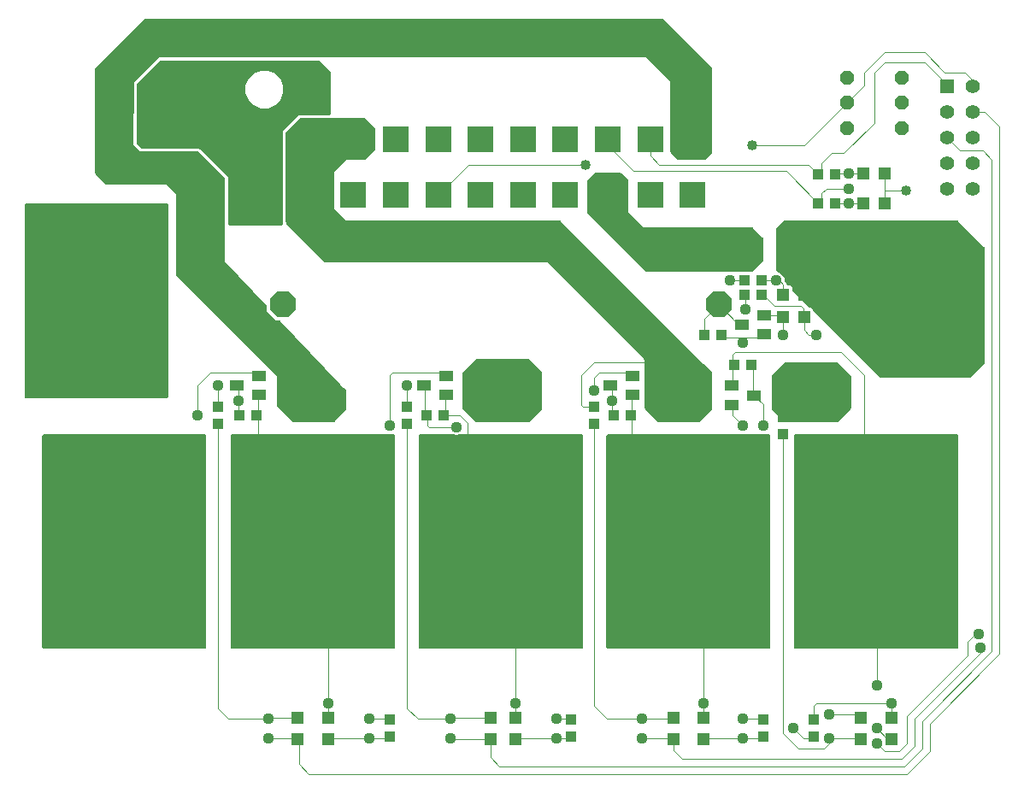
<source format=gbr>
G04 EAGLE Gerber RS-274X export*
G75*
%MOMM*%
%FSLAX34Y34*%
%LPD*%
%INTop Copper*%
%IPPOS*%
%AMOC8*
5,1,8,0,0,1.08239X$1,22.5*%
G01*
%ADD10P,2.749271X8X202.500000*%
%ADD11R,1.200000X1.200000*%
%ADD12R,1.100000X1.000000*%
%ADD13R,1.000000X1.100000*%
%ADD14R,3.150000X1.700000*%
%ADD15R,1.700000X3.150000*%
%ADD16C,8.000000*%
%ADD17R,2.550000X2.550000*%
%ADD18P,1.525737X8X112.500000*%
%ADD19R,1.400000X1.000000*%
%ADD20R,1.409600X1.409600*%
%ADD21C,1.409600*%
%ADD22C,0.050800*%
%ADD23C,1.117600*%
%ADD24C,1.108000*%
%ADD25C,1.016000*%
%ADD26C,1.422400*%
%ADD27C,1.114800*%

G36*
X335155Y373495D02*
X335155Y373495D01*
X335346Y373516D01*
X335346Y373517D01*
X335505Y373573D01*
X335674Y373634D01*
X335812Y373723D01*
X335967Y373823D01*
X335968Y373824D01*
X336143Y373993D01*
X346943Y386243D01*
X346988Y386307D01*
X347040Y386366D01*
X347087Y386450D01*
X347142Y386529D01*
X347171Y386602D01*
X347209Y386671D01*
X347235Y386763D01*
X347270Y386853D01*
X347282Y386930D01*
X347304Y387006D01*
X347315Y387149D01*
X347322Y387197D01*
X347321Y387218D01*
X347323Y387250D01*
X347323Y403800D01*
X347316Y403860D01*
X347318Y403921D01*
X347296Y404033D01*
X347283Y404146D01*
X347263Y404203D01*
X347251Y404263D01*
X347204Y404367D01*
X347166Y404474D01*
X347133Y404525D01*
X347108Y404580D01*
X346992Y404744D01*
X346977Y404767D01*
X346972Y404772D01*
X346966Y404780D01*
X344866Y407280D01*
X344833Y407311D01*
X344777Y407377D01*
X341093Y411061D01*
X281988Y473773D01*
X281875Y473869D01*
X281764Y473968D01*
X281742Y473981D01*
X281722Y473997D01*
X281589Y474065D01*
X281459Y474137D01*
X281434Y474144D01*
X281411Y474156D01*
X281267Y474191D01*
X281124Y474232D01*
X281093Y474234D01*
X281073Y474239D01*
X281025Y474240D01*
X280880Y474251D01*
X277577Y474251D01*
X268351Y483477D01*
X268351Y487638D01*
X268339Y487741D01*
X268337Y487845D01*
X268319Y487913D01*
X268311Y487984D01*
X268276Y488082D01*
X268251Y488182D01*
X268218Y488245D01*
X268194Y488312D01*
X268138Y488399D01*
X268089Y488491D01*
X268030Y488565D01*
X268005Y488605D01*
X267978Y488631D01*
X267937Y488682D01*
X226823Y532305D01*
X226823Y614700D01*
X226809Y614826D01*
X226802Y614952D01*
X226789Y614998D01*
X226783Y615046D01*
X226741Y615165D01*
X226706Y615287D01*
X226682Y615329D01*
X226666Y615374D01*
X226597Y615481D01*
X226536Y615591D01*
X226496Y615637D01*
X226477Y615667D01*
X226442Y615701D01*
X226377Y615777D01*
X201077Y641077D01*
X200978Y641156D01*
X200884Y641240D01*
X200842Y641264D01*
X200804Y641294D01*
X200690Y641348D01*
X200579Y641409D01*
X200533Y641422D01*
X200489Y641443D01*
X200366Y641469D01*
X200244Y641504D01*
X200183Y641509D01*
X200148Y641516D01*
X200100Y641515D01*
X200000Y641523D01*
X143131Y641523D01*
X136526Y648128D01*
X136820Y710466D01*
X161331Y734977D01*
X643769Y734977D01*
X668277Y710469D01*
X668277Y641250D01*
X668291Y641124D01*
X668298Y640998D01*
X668311Y640952D01*
X668317Y640904D01*
X668359Y640785D01*
X668394Y640663D01*
X668418Y640621D01*
X668434Y640576D01*
X668503Y640469D01*
X668564Y640359D01*
X668604Y640313D01*
X668623Y640283D01*
X668658Y640249D01*
X668723Y640173D01*
X675073Y633823D01*
X675172Y633744D01*
X675266Y633660D01*
X675308Y633636D01*
X675346Y633606D01*
X675460Y633552D01*
X675571Y633491D01*
X675617Y633478D01*
X675661Y633457D01*
X675784Y633431D01*
X675906Y633396D01*
X675967Y633392D01*
X676002Y633384D01*
X676050Y633385D01*
X676150Y633377D01*
X701550Y633377D01*
X701676Y633391D01*
X701802Y633398D01*
X701848Y633411D01*
X701896Y633417D01*
X702015Y633459D01*
X702137Y633494D01*
X702179Y633518D01*
X702224Y633534D01*
X702331Y633603D01*
X702441Y633664D01*
X702487Y633704D01*
X702517Y633723D01*
X702551Y633758D01*
X702627Y633823D01*
X708977Y640173D01*
X709056Y640272D01*
X709140Y640366D01*
X709164Y640408D01*
X709194Y640446D01*
X709248Y640560D01*
X709309Y640671D01*
X709322Y640717D01*
X709343Y640761D01*
X709369Y640884D01*
X709404Y641006D01*
X709409Y641067D01*
X709416Y641102D01*
X709415Y641150D01*
X709423Y641250D01*
X709423Y723800D01*
X709409Y723926D01*
X709402Y724052D01*
X709389Y724098D01*
X709383Y724146D01*
X709341Y724265D01*
X709306Y724387D01*
X709282Y724429D01*
X709266Y724474D01*
X709197Y724581D01*
X709136Y724691D01*
X709096Y724737D01*
X709077Y724767D01*
X709042Y724801D01*
X709030Y724815D01*
X709019Y724831D01*
X709008Y724841D01*
X708977Y724877D01*
X660877Y772977D01*
X660778Y773056D01*
X660684Y773140D01*
X660642Y773164D01*
X660604Y773194D01*
X660490Y773248D01*
X660379Y773309D01*
X660333Y773322D01*
X660289Y773343D01*
X660166Y773369D01*
X660044Y773404D01*
X659983Y773409D01*
X659948Y773416D01*
X659900Y773415D01*
X659800Y773423D01*
X148000Y773423D01*
X147874Y773409D01*
X147748Y773402D01*
X147702Y773389D01*
X147654Y773383D01*
X147535Y773341D01*
X147413Y773306D01*
X147371Y773282D01*
X147326Y773266D01*
X147219Y773197D01*
X147109Y773136D01*
X147063Y773096D01*
X147033Y773077D01*
X146999Y773042D01*
X146923Y772977D01*
X98823Y724877D01*
X98757Y724794D01*
X98715Y724750D01*
X98706Y724735D01*
X98659Y724683D01*
X98636Y724641D01*
X98606Y724604D01*
X98552Y724489D01*
X98491Y724378D01*
X98478Y724332D01*
X98457Y724289D01*
X98431Y724165D01*
X98396Y724042D01*
X98391Y723983D01*
X98384Y723948D01*
X98385Y723900D01*
X98377Y723799D01*
X98477Y619999D01*
X98491Y619874D01*
X98498Y619748D01*
X98511Y619701D01*
X98517Y619652D01*
X98560Y619534D01*
X98594Y619413D01*
X98618Y619371D01*
X98635Y619324D01*
X98703Y619219D01*
X98764Y619109D01*
X98804Y619062D01*
X98824Y619032D01*
X98859Y618998D01*
X98923Y618923D01*
X108923Y608923D01*
X109022Y608844D01*
X109116Y608760D01*
X109158Y608736D01*
X109196Y608706D01*
X109310Y608652D01*
X109421Y608591D01*
X109467Y608578D01*
X109511Y608557D01*
X109634Y608531D01*
X109756Y608496D01*
X109817Y608492D01*
X109852Y608484D01*
X109900Y608485D01*
X110000Y608477D01*
X169369Y608477D01*
X178377Y599469D01*
X178377Y520100D01*
X178391Y519974D01*
X178398Y519848D01*
X178411Y519802D01*
X178417Y519754D01*
X178459Y519635D01*
X178494Y519513D01*
X178518Y519471D01*
X178534Y519426D01*
X178603Y519319D01*
X178664Y519209D01*
X178704Y519163D01*
X178723Y519133D01*
X178758Y519099D01*
X178823Y519023D01*
X278477Y419369D01*
X278477Y390000D01*
X278491Y389874D01*
X278498Y389748D01*
X278511Y389702D01*
X278517Y389654D01*
X278559Y389535D01*
X278594Y389413D01*
X278618Y389371D01*
X278634Y389326D01*
X278703Y389219D01*
X278764Y389109D01*
X278804Y389063D01*
X278823Y389033D01*
X278858Y388999D01*
X278923Y388923D01*
X293923Y373923D01*
X294022Y373844D01*
X294116Y373760D01*
X294158Y373736D01*
X294196Y373706D01*
X294310Y373652D01*
X294421Y373591D01*
X294467Y373578D01*
X294511Y373557D01*
X294634Y373531D01*
X294756Y373496D01*
X294817Y373492D01*
X294852Y373484D01*
X294900Y373485D01*
X295000Y373477D01*
X335000Y373477D01*
X335155Y373495D01*
G37*
G36*
X207318Y148746D02*
X207318Y148746D01*
X207437Y148753D01*
X207475Y148766D01*
X207516Y148771D01*
X207626Y148814D01*
X207739Y148851D01*
X207774Y148873D01*
X207811Y148888D01*
X207907Y148958D01*
X208008Y149021D01*
X208036Y149051D01*
X208069Y149074D01*
X208145Y149166D01*
X208226Y149253D01*
X208246Y149288D01*
X208271Y149319D01*
X208322Y149427D01*
X208380Y149531D01*
X208390Y149571D01*
X208407Y149607D01*
X208429Y149724D01*
X208459Y149839D01*
X208463Y149900D01*
X208467Y149920D01*
X208465Y149940D01*
X208469Y150000D01*
X208469Y360000D01*
X208454Y360118D01*
X208447Y360237D01*
X208434Y360275D01*
X208429Y360316D01*
X208386Y360426D01*
X208349Y360539D01*
X208327Y360574D01*
X208312Y360611D01*
X208243Y360707D01*
X208179Y360808D01*
X208149Y360836D01*
X208126Y360869D01*
X208034Y360945D01*
X207947Y361026D01*
X207912Y361046D01*
X207881Y361071D01*
X207773Y361122D01*
X207669Y361180D01*
X207629Y361190D01*
X207593Y361207D01*
X207476Y361229D01*
X207361Y361259D01*
X207301Y361263D01*
X207281Y361267D01*
X207260Y361265D01*
X207200Y361269D01*
X47200Y361269D01*
X47082Y361254D01*
X46963Y361247D01*
X46925Y361234D01*
X46884Y361229D01*
X46774Y361186D01*
X46661Y361149D01*
X46626Y361127D01*
X46589Y361112D01*
X46493Y361043D01*
X46392Y360979D01*
X46364Y360949D01*
X46331Y360926D01*
X46256Y360834D01*
X46174Y360747D01*
X46154Y360712D01*
X46129Y360681D01*
X46078Y360573D01*
X46020Y360469D01*
X46010Y360429D01*
X45993Y360393D01*
X45971Y360276D01*
X45941Y360161D01*
X45937Y360101D01*
X45933Y360081D01*
X45935Y360060D01*
X45931Y360000D01*
X45931Y150000D01*
X45946Y149882D01*
X45953Y149763D01*
X45966Y149725D01*
X45971Y149684D01*
X46014Y149574D01*
X46051Y149461D01*
X46073Y149426D01*
X46088Y149389D01*
X46158Y149293D01*
X46221Y149192D01*
X46251Y149164D01*
X46274Y149131D01*
X46366Y149056D01*
X46453Y148974D01*
X46488Y148954D01*
X46519Y148929D01*
X46627Y148878D01*
X46731Y148820D01*
X46771Y148810D01*
X46807Y148793D01*
X46924Y148771D01*
X47039Y148741D01*
X47100Y148737D01*
X47120Y148733D01*
X47140Y148735D01*
X47200Y148731D01*
X207200Y148731D01*
X207318Y148746D01*
G37*
G36*
X952118Y148746D02*
X952118Y148746D01*
X952237Y148753D01*
X952275Y148766D01*
X952316Y148771D01*
X952426Y148814D01*
X952539Y148851D01*
X952574Y148873D01*
X952611Y148888D01*
X952707Y148958D01*
X952808Y149021D01*
X952836Y149051D01*
X952869Y149074D01*
X952945Y149166D01*
X953026Y149253D01*
X953046Y149288D01*
X953071Y149319D01*
X953122Y149427D01*
X953180Y149531D01*
X953190Y149571D01*
X953207Y149607D01*
X953229Y149724D01*
X953259Y149839D01*
X953263Y149900D01*
X953267Y149920D01*
X953265Y149940D01*
X953269Y150000D01*
X953269Y360000D01*
X953254Y360118D01*
X953247Y360237D01*
X953234Y360275D01*
X953229Y360316D01*
X953186Y360426D01*
X953149Y360539D01*
X953127Y360574D01*
X953112Y360611D01*
X953043Y360707D01*
X952979Y360808D01*
X952949Y360836D01*
X952926Y360869D01*
X952834Y360945D01*
X952747Y361026D01*
X952712Y361046D01*
X952681Y361071D01*
X952573Y361122D01*
X952469Y361180D01*
X952429Y361190D01*
X952393Y361207D01*
X952276Y361229D01*
X952161Y361259D01*
X952101Y361263D01*
X952081Y361267D01*
X952060Y361265D01*
X952000Y361269D01*
X792000Y361269D01*
X791882Y361254D01*
X791763Y361247D01*
X791725Y361234D01*
X791684Y361229D01*
X791574Y361186D01*
X791461Y361149D01*
X791426Y361127D01*
X791389Y361112D01*
X791293Y361043D01*
X791192Y360979D01*
X791164Y360949D01*
X791131Y360926D01*
X791056Y360834D01*
X790974Y360747D01*
X790954Y360712D01*
X790929Y360681D01*
X790878Y360573D01*
X790820Y360469D01*
X790810Y360429D01*
X790793Y360393D01*
X790771Y360276D01*
X790741Y360161D01*
X790737Y360101D01*
X790733Y360081D01*
X790735Y360060D01*
X790731Y360000D01*
X790731Y150000D01*
X790746Y149882D01*
X790753Y149763D01*
X790766Y149725D01*
X790771Y149684D01*
X790814Y149574D01*
X790851Y149461D01*
X790873Y149426D01*
X790888Y149389D01*
X790958Y149293D01*
X791021Y149192D01*
X791051Y149164D01*
X791074Y149131D01*
X791166Y149056D01*
X791253Y148974D01*
X791288Y148954D01*
X791319Y148929D01*
X791427Y148878D01*
X791531Y148820D01*
X791571Y148810D01*
X791607Y148793D01*
X791724Y148771D01*
X791839Y148741D01*
X791900Y148737D01*
X791920Y148733D01*
X791940Y148735D01*
X792000Y148731D01*
X952000Y148731D01*
X952118Y148746D01*
G37*
G36*
X766118Y148746D02*
X766118Y148746D01*
X766237Y148753D01*
X766275Y148766D01*
X766316Y148771D01*
X766426Y148814D01*
X766539Y148851D01*
X766574Y148873D01*
X766611Y148888D01*
X766707Y148958D01*
X766808Y149021D01*
X766836Y149051D01*
X766869Y149074D01*
X766945Y149166D01*
X767026Y149253D01*
X767046Y149288D01*
X767071Y149319D01*
X767122Y149427D01*
X767180Y149531D01*
X767190Y149571D01*
X767207Y149607D01*
X767229Y149724D01*
X767259Y149839D01*
X767263Y149900D01*
X767267Y149920D01*
X767265Y149940D01*
X767269Y150000D01*
X767269Y360000D01*
X767254Y360118D01*
X767247Y360237D01*
X767234Y360275D01*
X767229Y360316D01*
X767186Y360426D01*
X767149Y360539D01*
X767127Y360574D01*
X767112Y360611D01*
X767043Y360707D01*
X766979Y360808D01*
X766949Y360836D01*
X766926Y360869D01*
X766834Y360945D01*
X766747Y361026D01*
X766712Y361046D01*
X766681Y361071D01*
X766573Y361122D01*
X766469Y361180D01*
X766429Y361190D01*
X766393Y361207D01*
X766276Y361229D01*
X766161Y361259D01*
X766101Y361263D01*
X766081Y361267D01*
X766060Y361265D01*
X766000Y361269D01*
X606000Y361269D01*
X605882Y361254D01*
X605763Y361247D01*
X605725Y361234D01*
X605684Y361229D01*
X605574Y361186D01*
X605461Y361149D01*
X605426Y361127D01*
X605389Y361112D01*
X605293Y361043D01*
X605192Y360979D01*
X605164Y360949D01*
X605131Y360926D01*
X605056Y360834D01*
X604974Y360747D01*
X604954Y360712D01*
X604929Y360681D01*
X604878Y360573D01*
X604820Y360469D01*
X604810Y360429D01*
X604793Y360393D01*
X604771Y360276D01*
X604741Y360161D01*
X604737Y360101D01*
X604733Y360081D01*
X604735Y360060D01*
X604731Y360000D01*
X604731Y150000D01*
X604746Y149882D01*
X604753Y149763D01*
X604766Y149725D01*
X604771Y149684D01*
X604814Y149574D01*
X604851Y149461D01*
X604873Y149426D01*
X604888Y149389D01*
X604958Y149293D01*
X605021Y149192D01*
X605051Y149164D01*
X605074Y149131D01*
X605166Y149056D01*
X605253Y148974D01*
X605288Y148954D01*
X605319Y148929D01*
X605427Y148878D01*
X605531Y148820D01*
X605571Y148810D01*
X605607Y148793D01*
X605724Y148771D01*
X605839Y148741D01*
X605900Y148737D01*
X605920Y148733D01*
X605940Y148735D01*
X606000Y148731D01*
X766000Y148731D01*
X766118Y148746D01*
G37*
G36*
X394118Y148746D02*
X394118Y148746D01*
X394237Y148753D01*
X394275Y148766D01*
X394316Y148771D01*
X394426Y148814D01*
X394539Y148851D01*
X394574Y148873D01*
X394611Y148888D01*
X394707Y148958D01*
X394808Y149021D01*
X394836Y149051D01*
X394869Y149074D01*
X394945Y149166D01*
X395026Y149253D01*
X395046Y149288D01*
X395071Y149319D01*
X395122Y149427D01*
X395180Y149531D01*
X395190Y149571D01*
X395207Y149607D01*
X395229Y149724D01*
X395259Y149839D01*
X395263Y149900D01*
X395267Y149920D01*
X395265Y149940D01*
X395269Y150000D01*
X395269Y360000D01*
X395254Y360118D01*
X395247Y360237D01*
X395234Y360275D01*
X395229Y360316D01*
X395186Y360426D01*
X395149Y360539D01*
X395127Y360574D01*
X395112Y360611D01*
X395043Y360707D01*
X394979Y360808D01*
X394949Y360836D01*
X394926Y360869D01*
X394834Y360945D01*
X394747Y361026D01*
X394712Y361046D01*
X394681Y361071D01*
X394573Y361122D01*
X394469Y361180D01*
X394429Y361190D01*
X394393Y361207D01*
X394276Y361229D01*
X394161Y361259D01*
X394101Y361263D01*
X394081Y361267D01*
X394060Y361265D01*
X394000Y361269D01*
X234000Y361269D01*
X233882Y361254D01*
X233763Y361247D01*
X233725Y361234D01*
X233684Y361229D01*
X233574Y361186D01*
X233461Y361149D01*
X233426Y361127D01*
X233389Y361112D01*
X233293Y361043D01*
X233192Y360979D01*
X233164Y360949D01*
X233131Y360926D01*
X233056Y360834D01*
X232974Y360747D01*
X232954Y360712D01*
X232929Y360681D01*
X232878Y360573D01*
X232820Y360469D01*
X232810Y360429D01*
X232793Y360393D01*
X232771Y360276D01*
X232741Y360161D01*
X232737Y360101D01*
X232733Y360081D01*
X232735Y360060D01*
X232731Y360000D01*
X232731Y150000D01*
X232746Y149882D01*
X232753Y149763D01*
X232766Y149725D01*
X232771Y149684D01*
X232814Y149574D01*
X232851Y149461D01*
X232873Y149426D01*
X232888Y149389D01*
X232958Y149293D01*
X233021Y149192D01*
X233051Y149164D01*
X233074Y149131D01*
X233166Y149056D01*
X233253Y148974D01*
X233288Y148954D01*
X233319Y148929D01*
X233427Y148878D01*
X233531Y148820D01*
X233571Y148810D01*
X233607Y148793D01*
X233724Y148771D01*
X233839Y148741D01*
X233900Y148737D01*
X233920Y148733D01*
X233940Y148735D01*
X234000Y148731D01*
X394000Y148731D01*
X394118Y148746D01*
G37*
G36*
X580118Y148746D02*
X580118Y148746D01*
X580237Y148753D01*
X580275Y148766D01*
X580316Y148771D01*
X580426Y148814D01*
X580539Y148851D01*
X580574Y148873D01*
X580611Y148888D01*
X580707Y148958D01*
X580808Y149021D01*
X580836Y149051D01*
X580869Y149074D01*
X580945Y149166D01*
X581026Y149253D01*
X581046Y149288D01*
X581071Y149319D01*
X581122Y149427D01*
X581180Y149531D01*
X581190Y149571D01*
X581207Y149607D01*
X581229Y149724D01*
X581259Y149839D01*
X581263Y149900D01*
X581267Y149920D01*
X581265Y149940D01*
X581269Y150000D01*
X581269Y360000D01*
X581254Y360118D01*
X581247Y360237D01*
X581234Y360275D01*
X581229Y360316D01*
X581186Y360426D01*
X581149Y360539D01*
X581127Y360574D01*
X581112Y360611D01*
X581043Y360707D01*
X580979Y360808D01*
X580949Y360836D01*
X580926Y360869D01*
X580834Y360945D01*
X580747Y361026D01*
X580712Y361046D01*
X580681Y361071D01*
X580573Y361122D01*
X580469Y361180D01*
X580429Y361190D01*
X580393Y361207D01*
X580276Y361229D01*
X580161Y361259D01*
X580101Y361263D01*
X580081Y361267D01*
X580060Y361265D01*
X580000Y361269D01*
X458356Y361269D01*
X458347Y361268D01*
X458338Y361269D01*
X458189Y361248D01*
X458041Y361229D01*
X458032Y361226D01*
X458023Y361225D01*
X457870Y361173D01*
X457766Y361129D01*
X454734Y361129D01*
X454630Y361173D01*
X454621Y361175D01*
X454612Y361180D01*
X454468Y361217D01*
X454323Y361257D01*
X454313Y361257D01*
X454304Y361259D01*
X454144Y361269D01*
X420000Y361269D01*
X419882Y361254D01*
X419763Y361247D01*
X419725Y361234D01*
X419684Y361229D01*
X419574Y361186D01*
X419461Y361149D01*
X419426Y361127D01*
X419389Y361112D01*
X419293Y361043D01*
X419192Y360979D01*
X419164Y360949D01*
X419131Y360926D01*
X419056Y360834D01*
X418974Y360747D01*
X418954Y360712D01*
X418929Y360681D01*
X418878Y360573D01*
X418820Y360469D01*
X418810Y360429D01*
X418793Y360393D01*
X418771Y360276D01*
X418741Y360161D01*
X418737Y360101D01*
X418733Y360081D01*
X418735Y360060D01*
X418731Y360000D01*
X418731Y150000D01*
X418746Y149882D01*
X418753Y149763D01*
X418766Y149725D01*
X418771Y149684D01*
X418814Y149574D01*
X418851Y149461D01*
X418873Y149426D01*
X418888Y149389D01*
X418958Y149293D01*
X419021Y149192D01*
X419051Y149164D01*
X419074Y149131D01*
X419166Y149056D01*
X419253Y148974D01*
X419288Y148954D01*
X419319Y148929D01*
X419427Y148878D01*
X419531Y148820D01*
X419571Y148810D01*
X419607Y148793D01*
X419724Y148771D01*
X419839Y148741D01*
X419900Y148737D01*
X419920Y148733D01*
X419940Y148735D01*
X420000Y148731D01*
X580000Y148731D01*
X580118Y148746D01*
G37*
G36*
X169618Y397346D02*
X169618Y397346D01*
X169737Y397353D01*
X169775Y397366D01*
X169816Y397371D01*
X169926Y397414D01*
X170039Y397451D01*
X170074Y397473D01*
X170111Y397488D01*
X170207Y397558D01*
X170308Y397621D01*
X170336Y397651D01*
X170369Y397674D01*
X170445Y397766D01*
X170526Y397853D01*
X170546Y397888D01*
X170571Y397919D01*
X170622Y398027D01*
X170680Y398131D01*
X170690Y398171D01*
X170707Y398207D01*
X170729Y398324D01*
X170759Y398439D01*
X170763Y398500D01*
X170767Y398520D01*
X170765Y398540D01*
X170769Y398600D01*
X170769Y588600D01*
X170754Y588718D01*
X170747Y588837D01*
X170734Y588875D01*
X170729Y588916D01*
X170686Y589026D01*
X170649Y589139D01*
X170627Y589174D01*
X170612Y589211D01*
X170543Y589307D01*
X170479Y589408D01*
X170449Y589436D01*
X170426Y589469D01*
X170334Y589545D01*
X170247Y589626D01*
X170212Y589646D01*
X170181Y589671D01*
X170073Y589722D01*
X169969Y589780D01*
X169929Y589790D01*
X169893Y589807D01*
X169776Y589829D01*
X169661Y589859D01*
X169601Y589863D01*
X169581Y589867D01*
X169560Y589865D01*
X169500Y589869D01*
X29500Y589869D01*
X29382Y589854D01*
X29263Y589847D01*
X29225Y589834D01*
X29184Y589829D01*
X29074Y589786D01*
X28961Y589749D01*
X28926Y589727D01*
X28889Y589712D01*
X28793Y589643D01*
X28692Y589579D01*
X28664Y589549D01*
X28631Y589526D01*
X28556Y589434D01*
X28474Y589347D01*
X28454Y589312D01*
X28429Y589281D01*
X28378Y589173D01*
X28320Y589069D01*
X28310Y589029D01*
X28293Y588993D01*
X28271Y588876D01*
X28241Y588761D01*
X28237Y588701D01*
X28233Y588681D01*
X28235Y588660D01*
X28231Y588600D01*
X28231Y398600D01*
X28246Y398482D01*
X28253Y398363D01*
X28266Y398325D01*
X28271Y398284D01*
X28314Y398174D01*
X28351Y398061D01*
X28373Y398026D01*
X28388Y397989D01*
X28458Y397893D01*
X28521Y397792D01*
X28551Y397764D01*
X28574Y397731D01*
X28666Y397656D01*
X28753Y397574D01*
X28788Y397554D01*
X28819Y397529D01*
X28927Y397478D01*
X29031Y397420D01*
X29071Y397410D01*
X29107Y397393D01*
X29224Y397371D01*
X29339Y397341D01*
X29400Y397337D01*
X29420Y397333D01*
X29440Y397335D01*
X29500Y397331D01*
X169500Y397331D01*
X169618Y397346D01*
G37*
G36*
X695326Y373141D02*
X695326Y373141D01*
X695452Y373148D01*
X695498Y373161D01*
X695546Y373167D01*
X695665Y373209D01*
X695787Y373244D01*
X695829Y373268D01*
X695874Y373284D01*
X695981Y373353D01*
X696091Y373414D01*
X696137Y373454D01*
X696167Y373473D01*
X696201Y373508D01*
X696277Y373573D01*
X708977Y386273D01*
X709056Y386372D01*
X709140Y386466D01*
X709164Y386508D01*
X709194Y386546D01*
X709248Y386660D01*
X709309Y386771D01*
X709322Y386817D01*
X709343Y386861D01*
X709369Y386984D01*
X709404Y387106D01*
X709409Y387167D01*
X709416Y387202D01*
X709415Y387250D01*
X709423Y387350D01*
X709423Y422100D01*
X709409Y422226D01*
X709402Y422352D01*
X709389Y422398D01*
X709383Y422446D01*
X709341Y422565D01*
X709306Y422687D01*
X709282Y422729D01*
X709266Y422774D01*
X709197Y422881D01*
X709136Y422991D01*
X709096Y423037D01*
X709077Y423067D01*
X709042Y423101D01*
X708977Y423177D01*
X701078Y431076D01*
X559878Y572576D01*
X559778Y572655D01*
X559684Y572740D01*
X559643Y572763D01*
X559605Y572793D01*
X559491Y572847D01*
X559379Y572909D01*
X559333Y572922D01*
X559291Y572942D01*
X559166Y572969D01*
X559044Y573004D01*
X558984Y573008D01*
X558950Y573016D01*
X558902Y573015D01*
X558800Y573023D01*
X546100Y573023D01*
X546099Y573023D01*
X346581Y572924D01*
X334773Y584731D01*
X334773Y621569D01*
X346581Y633377D01*
X365000Y633377D01*
X365126Y633391D01*
X365252Y633398D01*
X365298Y633411D01*
X365346Y633417D01*
X365465Y633459D01*
X365587Y633494D01*
X365629Y633518D01*
X365674Y633534D01*
X365781Y633603D01*
X365891Y633664D01*
X365937Y633704D01*
X365967Y633723D01*
X366001Y633758D01*
X366077Y633823D01*
X375602Y643348D01*
X375681Y643447D01*
X375765Y643541D01*
X375789Y643583D01*
X375819Y643621D01*
X375873Y643735D01*
X375934Y643846D01*
X375947Y643892D01*
X375968Y643936D01*
X375994Y644059D01*
X376029Y644181D01*
X376034Y644242D01*
X376041Y644277D01*
X376040Y644325D01*
X376048Y644425D01*
X376048Y663475D01*
X376034Y663601D01*
X376027Y663727D01*
X376014Y663773D01*
X376008Y663821D01*
X375966Y663940D01*
X375931Y664062D01*
X375907Y664104D01*
X375891Y664149D01*
X375822Y664256D01*
X375761Y664366D01*
X375721Y664412D01*
X375702Y664442D01*
X375667Y664476D01*
X375602Y664552D01*
X366077Y674077D01*
X365978Y674156D01*
X365884Y674240D01*
X365842Y674264D01*
X365804Y674294D01*
X365690Y674348D01*
X365579Y674409D01*
X365533Y674422D01*
X365489Y674443D01*
X365366Y674469D01*
X365244Y674504D01*
X365183Y674509D01*
X365148Y674516D01*
X365100Y674515D01*
X365000Y674523D01*
X301500Y674523D01*
X301374Y674509D01*
X301248Y674502D01*
X301202Y674489D01*
X301154Y674483D01*
X301035Y674441D01*
X300913Y674406D01*
X300871Y674382D01*
X300826Y674366D01*
X300719Y674297D01*
X300609Y674236D01*
X300563Y674196D01*
X300533Y674177D01*
X300499Y674142D01*
X300423Y674077D01*
X287723Y661377D01*
X287644Y661278D01*
X287560Y661184D01*
X287536Y661142D01*
X287506Y661104D01*
X287452Y660990D01*
X287391Y660879D01*
X287378Y660833D01*
X287357Y660789D01*
X287331Y660666D01*
X287296Y660544D01*
X287292Y660483D01*
X287284Y660448D01*
X287285Y660400D01*
X287277Y660300D01*
X287277Y571400D01*
X287291Y571274D01*
X287298Y571148D01*
X287311Y571102D01*
X287317Y571054D01*
X287359Y570935D01*
X287394Y570813D01*
X287418Y570771D01*
X287434Y570726D01*
X287503Y570619D01*
X287564Y570509D01*
X287604Y570463D01*
X287623Y570433D01*
X287658Y570399D01*
X287723Y570323D01*
X325823Y532223D01*
X325922Y532144D01*
X326016Y532059D01*
X326058Y532036D01*
X326096Y532006D01*
X326210Y531952D01*
X326322Y531891D01*
X326368Y531878D01*
X326411Y531857D01*
X326535Y531831D01*
X326657Y531796D01*
X326717Y531791D01*
X326752Y531784D01*
X326800Y531785D01*
X326901Y531777D01*
X520701Y531877D01*
X546115Y531877D01*
X546170Y531777D01*
X546243Y531640D01*
X546255Y531626D01*
X546264Y531609D01*
X546423Y531423D01*
X642877Y434969D01*
X642877Y387350D01*
X642891Y387224D01*
X642898Y387098D01*
X642911Y387052D01*
X642917Y387004D01*
X642959Y386885D01*
X642994Y386763D01*
X643018Y386721D01*
X643034Y386676D01*
X643103Y386569D01*
X643164Y386459D01*
X643204Y386413D01*
X643223Y386383D01*
X643258Y386349D01*
X643323Y386273D01*
X656023Y373573D01*
X656122Y373494D01*
X656216Y373410D01*
X656258Y373386D01*
X656296Y373356D01*
X656410Y373302D01*
X656521Y373241D01*
X656567Y373228D01*
X656611Y373207D01*
X656734Y373181D01*
X656856Y373146D01*
X656917Y373142D01*
X656952Y373134D01*
X657000Y373135D01*
X657100Y373127D01*
X695200Y373127D01*
X695326Y373141D01*
G37*
G36*
X965326Y417591D02*
X965326Y417591D01*
X965452Y417598D01*
X965498Y417611D01*
X965546Y417617D01*
X965665Y417659D01*
X965787Y417694D01*
X965829Y417718D01*
X965874Y417734D01*
X965981Y417803D01*
X966091Y417864D01*
X966137Y417904D01*
X966167Y417923D01*
X966201Y417958D01*
X966277Y418023D01*
X978977Y430723D01*
X979056Y430822D01*
X979140Y430916D01*
X979164Y430958D01*
X979194Y430996D01*
X979248Y431110D01*
X979309Y431221D01*
X979322Y431267D01*
X979343Y431311D01*
X979369Y431434D01*
X979404Y431556D01*
X979409Y431617D01*
X979416Y431652D01*
X979415Y431700D01*
X979423Y431800D01*
X979423Y546100D01*
X979409Y546226D01*
X979402Y546352D01*
X979389Y546398D01*
X979383Y546446D01*
X979341Y546565D01*
X979306Y546687D01*
X979282Y546729D01*
X979266Y546774D01*
X979197Y546881D01*
X979136Y546991D01*
X979096Y547037D01*
X979077Y547067D01*
X979042Y547101D01*
X978977Y547177D01*
X953577Y572577D01*
X953478Y572656D01*
X953384Y572740D01*
X953342Y572764D01*
X953304Y572794D01*
X953190Y572848D01*
X953079Y572909D01*
X953033Y572922D01*
X952989Y572943D01*
X952866Y572969D01*
X952744Y573004D01*
X952683Y573009D01*
X952648Y573016D01*
X952600Y573015D01*
X952500Y573023D01*
X781050Y573023D01*
X780924Y573009D01*
X780798Y573002D01*
X780752Y572989D01*
X780704Y572983D01*
X780585Y572941D01*
X780463Y572906D01*
X780421Y572882D01*
X780376Y572866D01*
X780269Y572797D01*
X780159Y572736D01*
X780113Y572696D01*
X780083Y572677D01*
X780049Y572642D01*
X779973Y572577D01*
X773623Y566227D01*
X773544Y566128D01*
X773460Y566034D01*
X773436Y565992D01*
X773406Y565954D01*
X773352Y565840D01*
X773291Y565729D01*
X773278Y565683D01*
X773257Y565639D01*
X773231Y565516D01*
X773196Y565394D01*
X773192Y565333D01*
X773184Y565298D01*
X773185Y565250D01*
X773177Y565150D01*
X773177Y523836D01*
X773186Y523760D01*
X773184Y523683D01*
X773205Y523587D01*
X773217Y523490D01*
X773242Y523418D01*
X773259Y523343D01*
X773301Y523254D01*
X773334Y523161D01*
X773376Y523097D01*
X773408Y523028D01*
X773470Y522951D01*
X773523Y522869D01*
X773578Y522816D01*
X773626Y522756D01*
X773703Y522695D01*
X773774Y522626D01*
X773839Y522587D01*
X773899Y522540D01*
X774033Y522472D01*
X774073Y522448D01*
X774091Y522442D01*
X774117Y522428D01*
X777392Y521072D01*
X779822Y518642D01*
X781137Y515468D01*
X781137Y514165D01*
X781151Y514039D01*
X781158Y513913D01*
X781171Y513867D01*
X781177Y513819D01*
X781219Y513700D01*
X781254Y513578D01*
X781278Y513536D01*
X781294Y513491D01*
X781363Y513384D01*
X781424Y513274D01*
X781464Y513228D01*
X781483Y513198D01*
X781518Y513164D01*
X781583Y513088D01*
X783303Y511368D01*
X783303Y510574D01*
X783317Y510448D01*
X783324Y510322D01*
X783337Y510276D01*
X783343Y510228D01*
X783385Y510109D01*
X783420Y509987D01*
X783444Y509945D01*
X783460Y509900D01*
X783529Y509793D01*
X783590Y509683D01*
X783630Y509637D01*
X783649Y509607D01*
X783684Y509573D01*
X783749Y509497D01*
X783851Y509395D01*
X783950Y509316D01*
X784044Y509232D01*
X784086Y509208D01*
X784124Y509178D01*
X784238Y509124D01*
X784349Y509063D01*
X784395Y509050D01*
X784439Y509029D01*
X784562Y509003D01*
X784684Y508968D01*
X784745Y508963D01*
X784780Y508956D01*
X784828Y508957D01*
X784928Y508949D01*
X786763Y508949D01*
X788549Y507163D01*
X788549Y505328D01*
X788563Y505202D01*
X788570Y505076D01*
X788583Y505030D01*
X788589Y504982D01*
X788631Y504863D01*
X788666Y504741D01*
X788690Y504699D01*
X788706Y504654D01*
X788775Y504547D01*
X788836Y504437D01*
X788876Y504391D01*
X788895Y504361D01*
X788930Y504327D01*
X788995Y504251D01*
X806251Y486995D01*
X806350Y486916D01*
X806444Y486832D01*
X806486Y486808D01*
X806524Y486778D01*
X806638Y486724D01*
X806749Y486663D01*
X806795Y486650D01*
X806839Y486629D01*
X806962Y486603D01*
X807084Y486568D01*
X807145Y486563D01*
X807180Y486556D01*
X807228Y486557D01*
X807328Y486549D01*
X807763Y486549D01*
X809549Y484763D01*
X809549Y484328D01*
X809563Y484202D01*
X809570Y484076D01*
X809583Y484030D01*
X809589Y483982D01*
X809631Y483863D01*
X809666Y483741D01*
X809690Y483699D01*
X809706Y483654D01*
X809775Y483547D01*
X809836Y483437D01*
X809876Y483391D01*
X809895Y483361D01*
X809930Y483327D01*
X809995Y483251D01*
X875223Y418023D01*
X875322Y417944D01*
X875416Y417860D01*
X875458Y417836D01*
X875496Y417806D01*
X875610Y417752D01*
X875721Y417691D01*
X875767Y417678D01*
X875811Y417657D01*
X875934Y417631D01*
X876056Y417596D01*
X876117Y417592D01*
X876152Y417584D01*
X876200Y417585D01*
X876300Y417577D01*
X965200Y417577D01*
X965326Y417591D01*
G37*
G36*
X282931Y568494D02*
X282931Y568494D01*
X283081Y568506D01*
X283104Y568514D01*
X283128Y568517D01*
X283270Y568567D01*
X283413Y568614D01*
X283433Y568626D01*
X283456Y568634D01*
X283583Y568716D01*
X283711Y568793D01*
X283728Y568810D01*
X283749Y568823D01*
X283854Y568932D01*
X283961Y569036D01*
X283974Y569056D01*
X283991Y569074D01*
X284068Y569203D01*
X284149Y569330D01*
X284158Y569352D01*
X284170Y569373D01*
X284216Y569516D01*
X284266Y569658D01*
X284269Y569682D01*
X284276Y569705D01*
X284288Y569855D01*
X284305Y570004D01*
X284302Y570028D01*
X284304Y570052D01*
X284282Y570201D01*
X284264Y570350D01*
X284255Y570378D01*
X284252Y570397D01*
X284235Y570441D01*
X284227Y570464D01*
X284227Y661210D01*
X284923Y662890D01*
X298910Y676877D01*
X300590Y677573D01*
X330000Y677573D01*
X330026Y677576D01*
X330052Y677574D01*
X330199Y677596D01*
X330346Y677613D01*
X330371Y677621D01*
X330397Y677625D01*
X330535Y677680D01*
X330674Y677730D01*
X330696Y677744D01*
X330721Y677754D01*
X330842Y677839D01*
X330967Y677919D01*
X330985Y677938D01*
X331007Y677953D01*
X331106Y678063D01*
X331209Y678170D01*
X331223Y678192D01*
X331240Y678212D01*
X331312Y678342D01*
X331388Y678469D01*
X331396Y678494D01*
X331409Y678517D01*
X331449Y678660D01*
X331494Y678801D01*
X331496Y678827D01*
X331504Y678852D01*
X331523Y679096D01*
X331523Y720000D01*
X331509Y720126D01*
X331502Y720252D01*
X331489Y720298D01*
X331483Y720346D01*
X331441Y720465D01*
X331406Y720587D01*
X331382Y720629D01*
X331366Y720674D01*
X331297Y720781D01*
X331236Y720891D01*
X331196Y720937D01*
X331177Y720967D01*
X331142Y721001D01*
X331077Y721077D01*
X320673Y731481D01*
X320574Y731560D01*
X320480Y731644D01*
X320438Y731668D01*
X320400Y731698D01*
X320286Y731752D01*
X320175Y731813D01*
X320129Y731826D01*
X320085Y731847D01*
X319962Y731873D01*
X319840Y731908D01*
X319779Y731913D01*
X319744Y731920D01*
X319696Y731919D01*
X319596Y731927D01*
X163225Y731927D01*
X163099Y731913D01*
X162973Y731906D01*
X162927Y731893D01*
X162879Y731887D01*
X162760Y731845D01*
X162638Y731810D01*
X162596Y731786D01*
X162551Y731770D01*
X162444Y731701D01*
X162334Y731640D01*
X162288Y731600D01*
X162258Y731581D01*
X162224Y731546D01*
X162148Y731481D01*
X140307Y709640D01*
X140237Y709551D01*
X140227Y709542D01*
X140225Y709538D01*
X140148Y709453D01*
X140123Y709408D01*
X140090Y709367D01*
X140038Y709256D01*
X139978Y709149D01*
X139964Y709099D01*
X139941Y709052D01*
X139916Y708932D01*
X139882Y708814D01*
X139876Y708748D01*
X139868Y708711D01*
X139869Y708664D01*
X139861Y708570D01*
X139585Y650020D01*
X139599Y649891D01*
X139606Y649761D01*
X139618Y649718D01*
X139623Y649674D01*
X139666Y649551D01*
X139702Y649426D01*
X139724Y649387D01*
X139739Y649345D01*
X139809Y649236D01*
X139872Y649122D01*
X139908Y649080D01*
X139926Y649052D01*
X139962Y649017D01*
X140031Y648936D01*
X143948Y645019D01*
X144047Y644940D01*
X144141Y644856D01*
X144183Y644832D01*
X144221Y644802D01*
X144335Y644748D01*
X144446Y644687D01*
X144492Y644674D01*
X144536Y644653D01*
X144659Y644627D01*
X144781Y644592D01*
X144842Y644587D01*
X144877Y644580D01*
X144925Y644581D01*
X145025Y644573D01*
X200910Y644573D01*
X202590Y643877D01*
X229177Y617290D01*
X229873Y615610D01*
X229873Y570000D01*
X229876Y569974D01*
X229874Y569948D01*
X229896Y569801D01*
X229913Y569654D01*
X229921Y569629D01*
X229925Y569603D01*
X229980Y569465D01*
X230030Y569326D01*
X230044Y569304D01*
X230054Y569279D01*
X230139Y569158D01*
X230219Y569033D01*
X230238Y569015D01*
X230253Y568993D01*
X230363Y568894D01*
X230470Y568791D01*
X230492Y568777D01*
X230512Y568760D01*
X230642Y568688D01*
X230769Y568612D01*
X230794Y568604D01*
X230817Y568591D01*
X230960Y568551D01*
X231101Y568506D01*
X231127Y568504D01*
X231152Y568496D01*
X231396Y568477D01*
X282782Y568477D01*
X282931Y568494D01*
G37*
G36*
X749398Y522618D02*
X749398Y522618D01*
X749497Y522621D01*
X749555Y522638D01*
X749616Y522646D01*
X749708Y522682D01*
X749803Y522710D01*
X749855Y522740D01*
X749911Y522763D01*
X749991Y522821D01*
X750077Y522871D01*
X750152Y522937D01*
X750169Y522949D01*
X750176Y522959D01*
X750198Y522978D01*
X759723Y532503D01*
X759783Y532581D01*
X759851Y532653D01*
X759880Y532706D01*
X759917Y532754D01*
X759957Y532845D01*
X760005Y532931D01*
X760020Y532990D01*
X760044Y533046D01*
X760059Y533144D01*
X760084Y533239D01*
X760090Y533339D01*
X760094Y533360D01*
X760092Y533372D01*
X760094Y533400D01*
X760094Y555625D01*
X760082Y555723D01*
X760079Y555822D01*
X760062Y555880D01*
X760054Y555941D01*
X760018Y556033D01*
X759990Y556128D01*
X759960Y556180D01*
X759937Y556236D01*
X759879Y556316D01*
X759829Y556402D01*
X759763Y556477D01*
X759751Y556494D01*
X759741Y556501D01*
X759723Y556523D01*
X750198Y566048D01*
X750119Y566108D01*
X750047Y566176D01*
X749994Y566205D01*
X749946Y566242D01*
X749855Y566282D01*
X749769Y566330D01*
X749710Y566345D01*
X749654Y566369D01*
X749556Y566384D01*
X749461Y566409D01*
X749361Y566415D01*
X749340Y566419D01*
X749328Y566417D01*
X749300Y566419D01*
X641876Y566419D01*
X626619Y581676D01*
X626619Y612675D01*
X626607Y612773D01*
X626604Y612872D01*
X626587Y612930D01*
X626579Y612991D01*
X626543Y613083D01*
X626515Y613178D01*
X626485Y613230D01*
X626462Y613286D01*
X626404Y613366D01*
X626354Y613452D01*
X626288Y613527D01*
X626276Y613544D01*
X626266Y613551D01*
X626248Y613573D01*
X619898Y619923D01*
X619819Y619983D01*
X619747Y620051D01*
X619694Y620080D01*
X619646Y620117D01*
X619555Y620157D01*
X619469Y620205D01*
X619410Y620220D01*
X619354Y620244D01*
X619256Y620259D01*
X619161Y620284D01*
X619061Y620290D01*
X619040Y620294D01*
X619028Y620292D01*
X619000Y620294D01*
X593600Y620294D01*
X593502Y620282D01*
X593403Y620279D01*
X593345Y620262D01*
X593284Y620254D01*
X593192Y620218D01*
X593097Y620190D01*
X593045Y620160D01*
X592989Y620137D01*
X592909Y620079D01*
X592823Y620029D01*
X592748Y619963D01*
X592731Y619951D01*
X592724Y619941D01*
X592703Y619923D01*
X586353Y613573D01*
X586292Y613494D01*
X586224Y613422D01*
X586195Y613369D01*
X586158Y613321D01*
X586118Y613230D01*
X586070Y613144D01*
X586055Y613085D01*
X586031Y613029D01*
X586016Y612931D01*
X585991Y612836D01*
X585985Y612736D01*
X585981Y612715D01*
X585983Y612703D01*
X585981Y612675D01*
X585981Y581150D01*
X585993Y581052D01*
X585996Y580953D01*
X586013Y580895D01*
X586021Y580834D01*
X586057Y580742D01*
X586085Y580647D01*
X586115Y580595D01*
X586138Y580539D01*
X586196Y580459D01*
X586246Y580373D01*
X586312Y580298D01*
X586324Y580281D01*
X586334Y580274D01*
X586353Y580253D01*
X643628Y522978D01*
X643706Y522917D01*
X643778Y522849D01*
X643831Y522820D01*
X643879Y522783D01*
X643970Y522743D01*
X644056Y522695D01*
X644115Y522680D01*
X644171Y522656D01*
X644269Y522641D01*
X644364Y522616D01*
X644464Y522610D01*
X644485Y522606D01*
X644497Y522608D01*
X644525Y522606D01*
X749300Y522606D01*
X749398Y522618D01*
G37*
G36*
X527123Y373293D02*
X527123Y373293D01*
X527222Y373296D01*
X527280Y373313D01*
X527341Y373321D01*
X527433Y373357D01*
X527528Y373385D01*
X527580Y373415D01*
X527636Y373438D01*
X527716Y373496D01*
X527802Y373546D01*
X527877Y373612D01*
X527894Y373624D01*
X527901Y373634D01*
X527923Y373653D01*
X540623Y386353D01*
X540683Y386431D01*
X540751Y386503D01*
X540773Y386543D01*
X540789Y386562D01*
X540795Y386575D01*
X540817Y386604D01*
X540857Y386695D01*
X540905Y386781D01*
X540920Y386839D01*
X540924Y386850D01*
X540925Y386852D01*
X540944Y386896D01*
X540959Y386994D01*
X540984Y387089D01*
X540990Y387189D01*
X540994Y387210D01*
X540992Y387222D01*
X540994Y387250D01*
X540994Y422175D01*
X540982Y422273D01*
X540979Y422372D01*
X540962Y422430D01*
X540954Y422491D01*
X540918Y422583D01*
X540890Y422678D01*
X540860Y422730D01*
X540837Y422786D01*
X540779Y422866D01*
X540729Y422952D01*
X540663Y423027D01*
X540651Y423044D01*
X540641Y423051D01*
X540623Y423073D01*
X527923Y435773D01*
X527844Y435833D01*
X527772Y435901D01*
X527719Y435930D01*
X527671Y435967D01*
X527580Y436007D01*
X527494Y436055D01*
X527435Y436070D01*
X527379Y436094D01*
X527281Y436109D01*
X527186Y436134D01*
X527086Y436140D01*
X527065Y436144D01*
X527053Y436142D01*
X527025Y436144D01*
X476225Y436144D01*
X476127Y436132D01*
X476028Y436129D01*
X475970Y436112D01*
X475909Y436104D01*
X475817Y436068D01*
X475722Y436040D01*
X475670Y436010D01*
X475614Y435987D01*
X475534Y435929D01*
X475448Y435879D01*
X475373Y435813D01*
X475356Y435801D01*
X475349Y435791D01*
X475328Y435773D01*
X462628Y423073D01*
X462567Y422994D01*
X462499Y422922D01*
X462470Y422869D01*
X462433Y422821D01*
X462393Y422730D01*
X462345Y422644D01*
X462330Y422585D01*
X462306Y422529D01*
X462291Y422431D01*
X462266Y422336D01*
X462260Y422236D01*
X462256Y422215D01*
X462258Y422203D01*
X462256Y422175D01*
X462256Y387250D01*
X462268Y387152D01*
X462271Y387053D01*
X462288Y386995D01*
X462296Y386934D01*
X462332Y386842D01*
X462360Y386747D01*
X462381Y386711D01*
X462384Y386703D01*
X462393Y386688D01*
X462413Y386639D01*
X462471Y386559D01*
X462521Y386473D01*
X462550Y386441D01*
X462554Y386434D01*
X462563Y386425D01*
X462587Y386398D01*
X462599Y386381D01*
X462609Y386374D01*
X462628Y386353D01*
X475328Y373653D01*
X475406Y373592D01*
X475478Y373524D01*
X475531Y373495D01*
X475579Y373458D01*
X475670Y373418D01*
X475756Y373370D01*
X475815Y373355D01*
X475871Y373331D01*
X475969Y373316D01*
X476064Y373291D01*
X476164Y373285D01*
X476185Y373281D01*
X476197Y373283D01*
X476225Y373281D01*
X527025Y373281D01*
X527123Y373293D01*
G37*
G36*
X833223Y373293D02*
X833223Y373293D01*
X833322Y373296D01*
X833380Y373313D01*
X833441Y373321D01*
X833533Y373357D01*
X833628Y373385D01*
X833680Y373415D01*
X833736Y373438D01*
X833816Y373496D01*
X833902Y373546D01*
X833977Y373612D01*
X833994Y373624D01*
X834001Y373634D01*
X834023Y373653D01*
X846723Y386353D01*
X846783Y386431D01*
X846851Y386503D01*
X846873Y386543D01*
X846889Y386562D01*
X846895Y386575D01*
X846917Y386604D01*
X846957Y386695D01*
X847005Y386781D01*
X847020Y386839D01*
X847024Y386850D01*
X847025Y386852D01*
X847044Y386896D01*
X847059Y386994D01*
X847084Y387089D01*
X847090Y387189D01*
X847094Y387210D01*
X847092Y387222D01*
X847094Y387250D01*
X847094Y419000D01*
X847082Y419098D01*
X847079Y419197D01*
X847062Y419255D01*
X847054Y419316D01*
X847018Y419408D01*
X846990Y419503D01*
X846960Y419555D01*
X846937Y419611D01*
X846879Y419691D01*
X846829Y419777D01*
X846763Y419852D01*
X846751Y419869D01*
X846741Y419876D01*
X846723Y419898D01*
X834023Y432598D01*
X833944Y432658D01*
X833872Y432726D01*
X833819Y432755D01*
X833771Y432792D01*
X833680Y432832D01*
X833594Y432880D01*
X833535Y432895D01*
X833479Y432919D01*
X833381Y432934D01*
X833286Y432959D01*
X833186Y432965D01*
X833165Y432969D01*
X833153Y432967D01*
X833125Y432969D01*
X782325Y432969D01*
X782227Y432957D01*
X782128Y432954D01*
X782070Y432937D01*
X782009Y432929D01*
X781917Y432893D01*
X781822Y432865D01*
X781770Y432835D01*
X781714Y432812D01*
X781634Y432754D01*
X781548Y432704D01*
X781473Y432638D01*
X781456Y432626D01*
X781449Y432616D01*
X781428Y432598D01*
X768728Y419898D01*
X768667Y419819D01*
X768599Y419747D01*
X768570Y419694D01*
X768533Y419646D01*
X768493Y419555D01*
X768445Y419469D01*
X768430Y419410D01*
X768406Y419354D01*
X768391Y419256D01*
X768366Y419161D01*
X768360Y419061D01*
X768358Y419054D01*
X768358Y419053D01*
X768356Y419040D01*
X768358Y419028D01*
X768356Y419000D01*
X768356Y387250D01*
X768368Y387152D01*
X768371Y387053D01*
X768388Y386995D01*
X768396Y386934D01*
X768432Y386842D01*
X768460Y386747D01*
X768481Y386711D01*
X768484Y386703D01*
X768493Y386688D01*
X768513Y386639D01*
X768571Y386559D01*
X768621Y386473D01*
X768650Y386441D01*
X768654Y386434D01*
X768663Y386425D01*
X768687Y386398D01*
X768699Y386381D01*
X768709Y386374D01*
X768728Y386353D01*
X781428Y373653D01*
X781506Y373592D01*
X781578Y373524D01*
X781631Y373495D01*
X781679Y373458D01*
X781770Y373418D01*
X781856Y373370D01*
X781915Y373355D01*
X781971Y373331D01*
X782069Y373316D01*
X782164Y373291D01*
X782264Y373285D01*
X782285Y373281D01*
X782297Y373283D01*
X782325Y373281D01*
X833125Y373281D01*
X833223Y373293D01*
G37*
%LPC*%
G36*
X262312Y684459D02*
X262312Y684459D01*
X255497Y687282D01*
X250282Y692497D01*
X247459Y699312D01*
X247459Y706688D01*
X250282Y713503D01*
X255497Y718718D01*
X262312Y721541D01*
X269688Y721541D01*
X276503Y718718D01*
X281718Y713503D01*
X284541Y706688D01*
X284541Y699312D01*
X281718Y692497D01*
X276503Y687282D01*
X269688Y684459D01*
X262312Y684459D01*
G37*
%LPD*%
D10*
X715900Y490000D03*
X284100Y490000D03*
D11*
X329000Y59500D03*
X329000Y80500D03*
X515000Y59500D03*
X515000Y80500D03*
X701000Y59500D03*
X701000Y80500D03*
X800500Y499900D03*
X779500Y499900D03*
X887000Y59500D03*
X887000Y80500D03*
D12*
X390000Y78500D03*
X390000Y61500D03*
X570000Y78500D03*
X570000Y61500D03*
X760000Y78500D03*
X760000Y61500D03*
D13*
X758500Y513750D03*
X741500Y513750D03*
D12*
X810000Y78500D03*
X810000Y61500D03*
D14*
X809300Y396200D03*
X809300Y343800D03*
D15*
X735800Y546100D03*
X788200Y546100D03*
D14*
X680000Y396200D03*
X680000Y343800D03*
X500000Y396200D03*
X500000Y343800D03*
X314000Y396200D03*
X314000Y343800D03*
D11*
X880500Y590000D03*
X859500Y590000D03*
D13*
X831500Y590550D03*
X814500Y590550D03*
D16*
X314000Y230000D03*
X500000Y230000D03*
X686000Y230000D03*
X906650Y490000D03*
X872000Y230000D03*
X93350Y490000D03*
D17*
X312000Y653700D03*
X354000Y653700D03*
X396000Y653700D03*
X438000Y653700D03*
X480000Y653700D03*
X522000Y653700D03*
X564000Y653700D03*
X606000Y653700D03*
X648000Y653700D03*
X690000Y653700D03*
X312000Y598700D03*
X354000Y598700D03*
X396000Y598700D03*
X438000Y598700D03*
X480000Y598700D03*
X522000Y598700D03*
X564000Y598700D03*
X606000Y598700D03*
X648000Y598700D03*
X690000Y598700D03*
D16*
X128000Y230000D03*
D18*
X843000Y665000D03*
X843000Y690000D03*
X843000Y715000D03*
X897000Y715000D03*
X897000Y690000D03*
X897000Y665000D03*
D13*
X831500Y619125D03*
X814500Y619125D03*
D11*
X880500Y620000D03*
X859500Y620000D03*
D13*
X241500Y380000D03*
X258500Y380000D03*
D11*
X299000Y59500D03*
X299000Y80500D03*
D12*
X220000Y388500D03*
X220000Y371500D03*
D13*
X426500Y380000D03*
X443500Y380000D03*
D11*
X490000Y59500D03*
X490000Y80500D03*
D12*
X407500Y388500D03*
X407500Y371500D03*
D13*
X611800Y380100D03*
X628800Y380100D03*
D11*
X671000Y59500D03*
X671000Y80500D03*
D12*
X592500Y388500D03*
X592500Y371500D03*
D13*
X718500Y460000D03*
X701500Y460000D03*
D11*
X800500Y477500D03*
X779500Y477500D03*
D13*
X758500Y500000D03*
X741500Y500000D03*
D19*
X751000Y400000D03*
X729000Y390500D03*
X729000Y409500D03*
D13*
X731500Y430000D03*
X748500Y430000D03*
D19*
X239000Y410000D03*
X261000Y419500D03*
X261000Y400500D03*
X424000Y410000D03*
X446000Y419500D03*
X446000Y400500D03*
X609000Y410000D03*
X631000Y419500D03*
X631000Y400500D03*
X739000Y470000D03*
X761000Y479500D03*
X761000Y460500D03*
D11*
X857000Y59500D03*
X857000Y80500D03*
D12*
X780000Y361500D03*
X780000Y378500D03*
D20*
X942300Y705800D03*
D21*
X967700Y705800D03*
X942300Y680400D03*
X967700Y680400D03*
X942300Y655000D03*
X967700Y655000D03*
X942300Y629600D03*
X967700Y629600D03*
X942300Y604200D03*
X967700Y604200D03*
D22*
X880500Y603250D02*
X880500Y590000D01*
X880500Y603250D02*
X880500Y620000D01*
X880500Y603250D02*
X901700Y603250D01*
X741500Y513750D02*
X727500Y513750D01*
X390000Y80000D02*
X390000Y78500D01*
X390000Y80000D02*
X370000Y80000D01*
X750000Y400000D02*
X751000Y400000D01*
X750000Y400000D02*
X750000Y428500D01*
X748500Y430000D01*
X760000Y391000D02*
X760000Y370000D01*
X760000Y391000D02*
X751000Y400000D01*
X611800Y380100D02*
X610100Y380100D01*
X610000Y380000D01*
X610000Y395000D01*
X610000Y409000D02*
X609000Y410000D01*
X610000Y409000D02*
X610000Y395000D01*
X426500Y380000D02*
X425000Y380000D01*
X425000Y409000D01*
X424000Y410000D01*
X241500Y380000D02*
X240000Y380000D01*
X240000Y395000D02*
X240000Y409000D01*
X239000Y410000D01*
X240000Y395000D02*
X240000Y380000D01*
X701500Y460000D02*
X701500Y475600D01*
X715900Y490000D01*
X735900Y470000D02*
X739000Y470000D01*
X735900Y470000D02*
X715900Y490000D01*
X810000Y61500D02*
X810000Y60000D01*
X800000Y60000D01*
X790000Y70000D01*
X427500Y380000D02*
X426500Y380000D01*
X427500Y380000D02*
X427500Y370000D01*
X428750Y368750D02*
X456250Y368750D01*
X428750Y368750D02*
X427500Y370000D01*
X555000Y80000D02*
X570000Y80000D01*
X570000Y78500D01*
X740000Y80000D02*
X760000Y80000D01*
X760000Y78500D01*
D23*
X790000Y70000D03*
D24*
X727500Y513750D03*
D25*
X901700Y603250D03*
D26*
X53575Y352425D03*
X126600Y352425D03*
X199625Y352425D03*
X199625Y313375D03*
X199625Y272100D03*
X199625Y218125D03*
X199625Y157800D03*
X126600Y157800D03*
X53575Y157800D03*
X53575Y218125D03*
X53575Y268925D03*
X53575Y316550D03*
X35400Y581025D03*
X98900Y581025D03*
X159225Y581025D03*
X159225Y536575D03*
X159225Y495300D03*
X159225Y450850D03*
X159225Y406400D03*
X98900Y406400D03*
X35400Y406400D03*
X35400Y447675D03*
X35400Y495300D03*
X35400Y536575D03*
D23*
X370000Y80000D03*
X740000Y80000D03*
X555000Y80000D03*
X760000Y370000D03*
X610000Y395000D03*
X240000Y395000D03*
D26*
X150000Y660000D03*
X150000Y700000D03*
X170000Y700000D03*
X150000Y680000D03*
X270000Y580000D03*
X250000Y580000D03*
X250000Y600000D03*
X270000Y600000D03*
X250000Y620000D03*
X320000Y690000D03*
X320000Y720000D03*
X270000Y620000D03*
X270000Y640000D03*
X270000Y660000D03*
X250000Y640000D03*
X250000Y660000D03*
X170000Y660000D03*
X170000Y720000D03*
X170000Y680000D03*
D23*
X456250Y368750D03*
D22*
X606000Y647900D02*
X606000Y653700D01*
X606000Y647900D02*
X631700Y622200D01*
X782850Y622200D01*
X814500Y590550D01*
X822500Y605000D02*
X845000Y605000D01*
X822500Y605000D02*
X817500Y600000D01*
X817500Y593550D01*
X814500Y590550D01*
D23*
X845000Y605000D03*
D22*
X648000Y637650D02*
X648000Y653700D01*
X648000Y637650D02*
X657100Y628550D01*
X805075Y628550D01*
X814500Y619125D01*
X942300Y705800D02*
X942300Y707700D01*
X920000Y730000D01*
X880000Y730000D01*
X870000Y720000D01*
X870000Y670000D01*
X840000Y640000D01*
X827500Y640000D01*
X817500Y630000D01*
X817500Y622125D01*
X814500Y619125D01*
D26*
X791975Y419100D03*
X807850Y422275D03*
X823725Y419100D03*
X779275Y408900D03*
X836425Y406400D03*
X779275Y393025D03*
X836425Y390525D03*
D22*
X742500Y500000D02*
X741500Y500000D01*
X742500Y500000D02*
X742500Y485000D01*
D23*
X742500Y485000D03*
X710000Y550000D03*
D22*
X314000Y230000D02*
X267400Y183400D01*
X329000Y95000D02*
X329000Y80500D01*
X329000Y95000D02*
X329000Y159000D01*
X330000Y160000D01*
X260000Y380000D02*
X258500Y380000D01*
X260000Y380000D02*
X260000Y399500D01*
X261000Y400500D01*
X260000Y380000D02*
X260000Y360000D01*
D23*
X329000Y95000D03*
D22*
X451500Y181500D02*
X500000Y230000D01*
X515000Y95000D02*
X515000Y80500D01*
X515000Y95000D02*
X515000Y155000D01*
X510000Y160000D01*
X445000Y380000D02*
X443500Y380000D01*
X445000Y380000D02*
X445000Y399500D01*
X446000Y400500D01*
X445000Y380000D02*
X460000Y380000D01*
X467500Y372500D01*
X467500Y358750D01*
D23*
X515000Y95000D03*
D22*
X686000Y230000D02*
X728900Y230000D01*
X686000Y230000D02*
X732200Y183800D01*
X701000Y95000D02*
X701000Y80500D01*
X701000Y95000D02*
X701000Y159000D01*
X700000Y160000D01*
X631000Y400500D02*
X630500Y400500D01*
X630000Y400000D01*
X630000Y381300D01*
X628800Y380100D01*
X630000Y381300D02*
X630000Y360000D01*
D23*
X701000Y95000D03*
D22*
X761000Y460250D02*
X761000Y460500D01*
X761000Y460250D02*
X761250Y460000D01*
X718500Y460000D02*
X718500Y459000D01*
X720000Y457500D01*
X740000Y457500D01*
X758000Y457500D01*
X761000Y460500D01*
X761000Y458500D01*
X760000Y457500D01*
X758000Y457500D01*
X740000Y457500D02*
X740000Y452500D01*
D23*
X740000Y452500D03*
X807500Y557500D03*
D22*
X872000Y230000D02*
X885300Y230000D01*
X872000Y230000D02*
X861500Y219500D01*
X872000Y230000D02*
X882500Y219500D01*
X870000Y160000D02*
X872500Y157500D01*
X860000Y360000D02*
X860000Y420000D01*
X729500Y409500D02*
X729000Y409500D01*
X729500Y409500D02*
X730000Y410000D01*
X730000Y428500D01*
X731500Y430000D01*
X837500Y442500D02*
X860000Y420000D01*
X837500Y442500D02*
X732500Y442500D01*
X730000Y440000D01*
X730000Y431500D01*
X731500Y430000D01*
X872500Y70000D02*
X875000Y67500D01*
X872500Y112500D02*
X872500Y157500D01*
X883000Y59500D02*
X887000Y59500D01*
X883000Y59500D02*
X872500Y70000D01*
D23*
X872500Y70000D03*
X872500Y112500D03*
D22*
X592500Y388500D02*
X581500Y388500D01*
X580000Y390000D01*
X580000Y420000D01*
X592500Y432500D01*
X645000Y432500D01*
X407500Y410000D02*
X407500Y388500D01*
D26*
X485875Y422275D03*
X517625Y422275D03*
X501750Y425450D03*
X530325Y412750D03*
X473175Y412750D03*
X530325Y396875D03*
X473175Y396875D03*
D23*
X407500Y410000D03*
D22*
X220000Y410000D02*
X220000Y388500D01*
X314000Y396200D02*
X314000Y406000D01*
X310000Y410000D01*
X285000Y410000D01*
D23*
X220000Y410000D03*
X285000Y410000D03*
D22*
X887000Y80500D02*
X887500Y80000D01*
X887500Y95000D02*
X812500Y95000D01*
X810000Y92500D01*
X810000Y78500D01*
X887000Y80500D02*
X887000Y94500D01*
X887500Y95000D01*
D23*
X887500Y95000D03*
D22*
X772500Y513750D02*
X758500Y513750D01*
X777500Y501900D02*
X779500Y499900D01*
X780000Y510000D02*
X776250Y513750D01*
X772500Y513750D01*
X780000Y510000D02*
X780000Y500400D01*
X779500Y499900D01*
D23*
X772500Y513750D03*
D22*
X832050Y590000D02*
X831500Y590550D01*
X832050Y590000D02*
X845000Y590000D01*
X859500Y590000D01*
D23*
X845000Y590000D03*
D22*
X800700Y647700D02*
X749300Y647700D01*
X800700Y647700D02*
X843000Y690000D01*
X584200Y628650D02*
X467950Y628650D01*
X438000Y598700D01*
X967700Y705800D02*
X967700Y712300D01*
X960000Y720000D01*
X940000Y720000D01*
X920000Y740000D01*
X880000Y740000D01*
X860000Y720000D01*
X860000Y707000D01*
X843000Y690000D01*
D25*
X749300Y647700D03*
X584200Y628650D03*
D22*
X832375Y620000D02*
X845000Y620000D01*
X859500Y620000D01*
X832375Y620000D02*
X831500Y619125D01*
D23*
X845000Y620000D03*
D22*
X220000Y371500D02*
X220000Y90000D01*
X230500Y79500D02*
X270000Y79500D01*
X230500Y79500D02*
X220000Y90000D01*
X270000Y79500D02*
X271000Y80500D01*
X299000Y80500D01*
D23*
X270000Y79500D03*
D22*
X407500Y90000D02*
X407500Y371500D01*
X418000Y79500D02*
X450000Y79500D01*
X418000Y79500D02*
X407500Y90000D01*
X451000Y80500D02*
X490000Y80500D01*
X451000Y80500D02*
X450000Y79500D01*
D23*
X450000Y79500D03*
D22*
X592500Y92500D02*
X592500Y371500D01*
X605500Y79500D02*
X640000Y79500D01*
X605500Y79500D02*
X592500Y92500D01*
X640000Y79500D02*
X670000Y79500D01*
X671000Y80500D01*
D23*
X640000Y79500D03*
D22*
X329500Y60000D02*
X329000Y59500D01*
X351500Y60000D02*
X370000Y60000D01*
X329500Y60000D01*
X390000Y60000D02*
X390000Y61500D01*
X390000Y60000D02*
X370000Y60000D01*
D23*
X370000Y60000D03*
D22*
X515000Y59500D02*
X515500Y60000D01*
X555000Y60000D01*
X570000Y60000D02*
X570000Y61500D01*
X570000Y60000D02*
X555000Y60000D01*
D23*
X555000Y60000D03*
D22*
X701000Y59500D02*
X701500Y60000D01*
X760000Y60000D02*
X760000Y61500D01*
X760000Y60000D02*
X740000Y60000D01*
X701500Y60000D01*
D23*
X740000Y60000D03*
D22*
X758500Y500000D02*
X760000Y500000D01*
X771250Y488750D01*
X797500Y488750D01*
X800000Y486250D01*
X800000Y478000D01*
X800500Y477500D01*
X800500Y464500D01*
X805000Y460000D01*
X812500Y460000D01*
D23*
X812500Y460000D03*
D22*
X780000Y361500D02*
X780000Y65000D01*
X795000Y50000D01*
X820000Y50000D01*
X825000Y55000D01*
X825000Y60000D01*
X856500Y60000D01*
X857000Y59500D01*
D23*
X825000Y60000D03*
D22*
X740000Y370000D02*
X730000Y380000D01*
X730000Y389500D01*
X729000Y390500D01*
X902500Y55000D02*
X895000Y47500D01*
X902500Y55000D02*
X902500Y82500D01*
X962500Y142500D01*
X962500Y156250D01*
X970000Y163750D01*
X973750Y163750D01*
X857000Y80500D02*
X856500Y80000D01*
X853750Y83750D02*
X825000Y83750D01*
X853750Y83750D02*
X857000Y80500D01*
X880000Y47500D02*
X895000Y47500D01*
X880000Y47500D02*
X872500Y55000D01*
D23*
X825000Y83750D03*
X740000Y370000D03*
X973750Y163750D03*
D27*
X872500Y55000D03*
D22*
X761000Y479000D02*
X761000Y479500D01*
X779500Y477500D02*
X779500Y460500D01*
X780000Y460000D01*
X778500Y479000D02*
X761000Y479000D01*
X778500Y479000D02*
X779500Y477500D01*
D23*
X780000Y460000D03*
D22*
X446000Y419500D02*
X443000Y419500D01*
X440000Y422500D01*
X392500Y422500D01*
X390000Y420000D01*
X390000Y370000D01*
X490000Y41250D02*
X498750Y32500D01*
X900000Y32500D01*
X917500Y50000D01*
X917500Y77500D01*
X986250Y146250D01*
X986250Y633750D01*
X977500Y642500D01*
X954800Y642500D01*
X942300Y655000D01*
X490000Y59500D02*
X490000Y41250D01*
X490000Y59500D02*
X450500Y59500D01*
X450000Y60000D01*
D23*
X450000Y60000D03*
X390000Y370000D03*
D22*
X261000Y419500D02*
X258000Y419500D01*
X255000Y422500D01*
X212500Y422500D01*
X200000Y410000D01*
X200000Y380000D01*
X310000Y25000D02*
X902500Y25000D01*
X310000Y25000D02*
X300000Y35000D01*
X902500Y25000D02*
X925000Y47500D01*
X925000Y75000D01*
X993750Y143750D01*
X979600Y680400D02*
X967700Y680400D01*
X993750Y666250D02*
X993750Y143750D01*
X993750Y666250D02*
X979600Y680400D01*
X300000Y58500D02*
X300000Y35000D01*
X300000Y58500D02*
X299000Y59500D01*
X298500Y60000D02*
X270000Y60000D01*
X298500Y60000D02*
X299000Y59500D01*
D23*
X270000Y60000D03*
X200000Y380000D03*
D22*
X628000Y419500D02*
X631000Y419500D01*
X628000Y419500D02*
X625000Y422500D01*
X597500Y422500D01*
X592500Y417500D01*
X592500Y405000D01*
X680000Y40000D02*
X897500Y40000D01*
X910000Y52500D01*
X910000Y80000D01*
X975000Y145000D01*
X975000Y150000D01*
X670500Y60000D02*
X640000Y60000D01*
X670500Y60000D02*
X671000Y59500D01*
X671500Y60000D01*
X671500Y48500D01*
X680000Y40000D01*
D23*
X592500Y405000D03*
X640000Y60000D03*
X975000Y150000D03*
M02*

</source>
